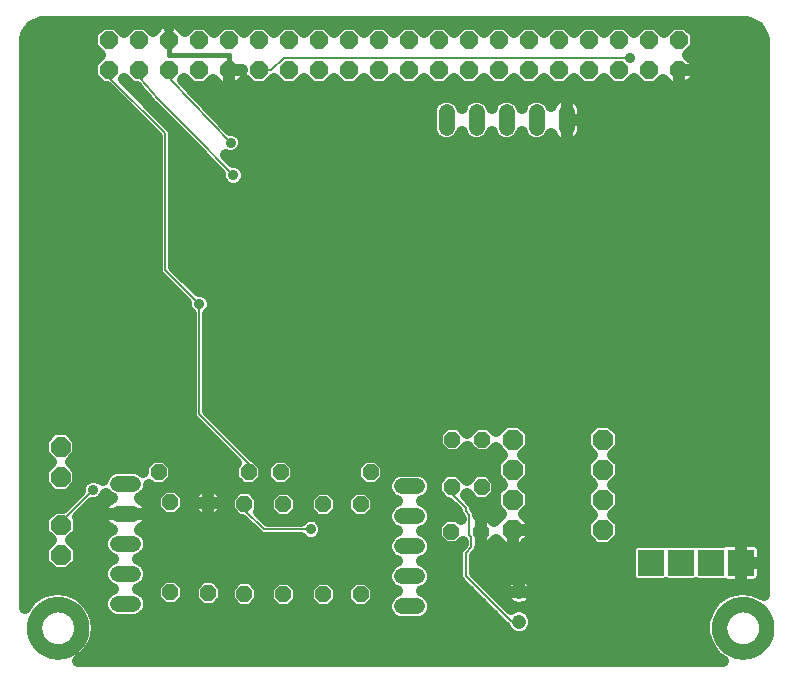
<source format=gbl>
G75*
%MOIN*%
%OFA0B0*%
%FSLAX25Y25*%
%IPPOS*%
%LPD*%
%AMOC8*
5,1,8,0,0,1.08239X$1,22.5*
%
%ADD10C,0.05000*%
%ADD11OC8,0.06000*%
%ADD12OC8,0.06600*%
%ADD13OC8,0.05200*%
%ADD14R,0.08600X0.08600*%
%ADD15OC8,0.06800*%
%ADD16C,0.04756*%
%ADD17C,0.05200*%
%ADD18C,0.00600*%
%ADD19C,0.03600*%
%ADD20C,0.04000*%
%ADD21C,0.01600*%
D10*
X0015399Y0017548D02*
X0015401Y0017741D01*
X0015408Y0017934D01*
X0015420Y0018127D01*
X0015437Y0018320D01*
X0015458Y0018512D01*
X0015484Y0018703D01*
X0015515Y0018894D01*
X0015550Y0019084D01*
X0015590Y0019273D01*
X0015635Y0019461D01*
X0015684Y0019648D01*
X0015738Y0019834D01*
X0015796Y0020018D01*
X0015859Y0020201D01*
X0015927Y0020382D01*
X0015998Y0020561D01*
X0016075Y0020739D01*
X0016155Y0020915D01*
X0016240Y0021088D01*
X0016329Y0021260D01*
X0016422Y0021429D01*
X0016519Y0021596D01*
X0016621Y0021761D01*
X0016726Y0021923D01*
X0016835Y0022082D01*
X0016949Y0022239D01*
X0017066Y0022392D01*
X0017186Y0022543D01*
X0017311Y0022691D01*
X0017439Y0022836D01*
X0017570Y0022977D01*
X0017705Y0023116D01*
X0017844Y0023251D01*
X0017985Y0023382D01*
X0018130Y0023510D01*
X0018278Y0023635D01*
X0018429Y0023755D01*
X0018582Y0023872D01*
X0018739Y0023986D01*
X0018898Y0024095D01*
X0019060Y0024200D01*
X0019225Y0024302D01*
X0019392Y0024399D01*
X0019561Y0024492D01*
X0019733Y0024581D01*
X0019906Y0024666D01*
X0020082Y0024746D01*
X0020260Y0024823D01*
X0020439Y0024894D01*
X0020620Y0024962D01*
X0020803Y0025025D01*
X0020987Y0025083D01*
X0021173Y0025137D01*
X0021360Y0025186D01*
X0021548Y0025231D01*
X0021737Y0025271D01*
X0021927Y0025306D01*
X0022118Y0025337D01*
X0022309Y0025363D01*
X0022501Y0025384D01*
X0022694Y0025401D01*
X0022887Y0025413D01*
X0023080Y0025420D01*
X0023273Y0025422D01*
X0023466Y0025420D01*
X0023659Y0025413D01*
X0023852Y0025401D01*
X0024045Y0025384D01*
X0024237Y0025363D01*
X0024428Y0025337D01*
X0024619Y0025306D01*
X0024809Y0025271D01*
X0024998Y0025231D01*
X0025186Y0025186D01*
X0025373Y0025137D01*
X0025559Y0025083D01*
X0025743Y0025025D01*
X0025926Y0024962D01*
X0026107Y0024894D01*
X0026286Y0024823D01*
X0026464Y0024746D01*
X0026640Y0024666D01*
X0026813Y0024581D01*
X0026985Y0024492D01*
X0027154Y0024399D01*
X0027321Y0024302D01*
X0027486Y0024200D01*
X0027648Y0024095D01*
X0027807Y0023986D01*
X0027964Y0023872D01*
X0028117Y0023755D01*
X0028268Y0023635D01*
X0028416Y0023510D01*
X0028561Y0023382D01*
X0028702Y0023251D01*
X0028841Y0023116D01*
X0028976Y0022977D01*
X0029107Y0022836D01*
X0029235Y0022691D01*
X0029360Y0022543D01*
X0029480Y0022392D01*
X0029597Y0022239D01*
X0029711Y0022082D01*
X0029820Y0021923D01*
X0029925Y0021761D01*
X0030027Y0021596D01*
X0030124Y0021429D01*
X0030217Y0021260D01*
X0030306Y0021088D01*
X0030391Y0020915D01*
X0030471Y0020739D01*
X0030548Y0020561D01*
X0030619Y0020382D01*
X0030687Y0020201D01*
X0030750Y0020018D01*
X0030808Y0019834D01*
X0030862Y0019648D01*
X0030911Y0019461D01*
X0030956Y0019273D01*
X0030996Y0019084D01*
X0031031Y0018894D01*
X0031062Y0018703D01*
X0031088Y0018512D01*
X0031109Y0018320D01*
X0031126Y0018127D01*
X0031138Y0017934D01*
X0031145Y0017741D01*
X0031147Y0017548D01*
X0031145Y0017355D01*
X0031138Y0017162D01*
X0031126Y0016969D01*
X0031109Y0016776D01*
X0031088Y0016584D01*
X0031062Y0016393D01*
X0031031Y0016202D01*
X0030996Y0016012D01*
X0030956Y0015823D01*
X0030911Y0015635D01*
X0030862Y0015448D01*
X0030808Y0015262D01*
X0030750Y0015078D01*
X0030687Y0014895D01*
X0030619Y0014714D01*
X0030548Y0014535D01*
X0030471Y0014357D01*
X0030391Y0014181D01*
X0030306Y0014008D01*
X0030217Y0013836D01*
X0030124Y0013667D01*
X0030027Y0013500D01*
X0029925Y0013335D01*
X0029820Y0013173D01*
X0029711Y0013014D01*
X0029597Y0012857D01*
X0029480Y0012704D01*
X0029360Y0012553D01*
X0029235Y0012405D01*
X0029107Y0012260D01*
X0028976Y0012119D01*
X0028841Y0011980D01*
X0028702Y0011845D01*
X0028561Y0011714D01*
X0028416Y0011586D01*
X0028268Y0011461D01*
X0028117Y0011341D01*
X0027964Y0011224D01*
X0027807Y0011110D01*
X0027648Y0011001D01*
X0027486Y0010896D01*
X0027321Y0010794D01*
X0027154Y0010697D01*
X0026985Y0010604D01*
X0026813Y0010515D01*
X0026640Y0010430D01*
X0026464Y0010350D01*
X0026286Y0010273D01*
X0026107Y0010202D01*
X0025926Y0010134D01*
X0025743Y0010071D01*
X0025559Y0010013D01*
X0025373Y0009959D01*
X0025186Y0009910D01*
X0024998Y0009865D01*
X0024809Y0009825D01*
X0024619Y0009790D01*
X0024428Y0009759D01*
X0024237Y0009733D01*
X0024045Y0009712D01*
X0023852Y0009695D01*
X0023659Y0009683D01*
X0023466Y0009676D01*
X0023273Y0009674D01*
X0023080Y0009676D01*
X0022887Y0009683D01*
X0022694Y0009695D01*
X0022501Y0009712D01*
X0022309Y0009733D01*
X0022118Y0009759D01*
X0021927Y0009790D01*
X0021737Y0009825D01*
X0021548Y0009865D01*
X0021360Y0009910D01*
X0021173Y0009959D01*
X0020987Y0010013D01*
X0020803Y0010071D01*
X0020620Y0010134D01*
X0020439Y0010202D01*
X0020260Y0010273D01*
X0020082Y0010350D01*
X0019906Y0010430D01*
X0019733Y0010515D01*
X0019561Y0010604D01*
X0019392Y0010697D01*
X0019225Y0010794D01*
X0019060Y0010896D01*
X0018898Y0011001D01*
X0018739Y0011110D01*
X0018582Y0011224D01*
X0018429Y0011341D01*
X0018278Y0011461D01*
X0018130Y0011586D01*
X0017985Y0011714D01*
X0017844Y0011845D01*
X0017705Y0011980D01*
X0017570Y0012119D01*
X0017439Y0012260D01*
X0017311Y0012405D01*
X0017186Y0012553D01*
X0017066Y0012704D01*
X0016949Y0012857D01*
X0016835Y0013014D01*
X0016726Y0013173D01*
X0016621Y0013335D01*
X0016519Y0013500D01*
X0016422Y0013667D01*
X0016329Y0013836D01*
X0016240Y0014008D01*
X0016155Y0014181D01*
X0016075Y0014357D01*
X0015998Y0014535D01*
X0015927Y0014714D01*
X0015859Y0014895D01*
X0015796Y0015078D01*
X0015738Y0015262D01*
X0015684Y0015448D01*
X0015635Y0015635D01*
X0015590Y0015823D01*
X0015550Y0016012D01*
X0015515Y0016202D01*
X0015484Y0016393D01*
X0015458Y0016584D01*
X0015437Y0016776D01*
X0015420Y0016969D01*
X0015408Y0017162D01*
X0015401Y0017355D01*
X0015399Y0017548D01*
X0243745Y0017548D02*
X0243747Y0017741D01*
X0243754Y0017934D01*
X0243766Y0018127D01*
X0243783Y0018320D01*
X0243804Y0018512D01*
X0243830Y0018703D01*
X0243861Y0018894D01*
X0243896Y0019084D01*
X0243936Y0019273D01*
X0243981Y0019461D01*
X0244030Y0019648D01*
X0244084Y0019834D01*
X0244142Y0020018D01*
X0244205Y0020201D01*
X0244273Y0020382D01*
X0244344Y0020561D01*
X0244421Y0020739D01*
X0244501Y0020915D01*
X0244586Y0021088D01*
X0244675Y0021260D01*
X0244768Y0021429D01*
X0244865Y0021596D01*
X0244967Y0021761D01*
X0245072Y0021923D01*
X0245181Y0022082D01*
X0245295Y0022239D01*
X0245412Y0022392D01*
X0245532Y0022543D01*
X0245657Y0022691D01*
X0245785Y0022836D01*
X0245916Y0022977D01*
X0246051Y0023116D01*
X0246190Y0023251D01*
X0246331Y0023382D01*
X0246476Y0023510D01*
X0246624Y0023635D01*
X0246775Y0023755D01*
X0246928Y0023872D01*
X0247085Y0023986D01*
X0247244Y0024095D01*
X0247406Y0024200D01*
X0247571Y0024302D01*
X0247738Y0024399D01*
X0247907Y0024492D01*
X0248079Y0024581D01*
X0248252Y0024666D01*
X0248428Y0024746D01*
X0248606Y0024823D01*
X0248785Y0024894D01*
X0248966Y0024962D01*
X0249149Y0025025D01*
X0249333Y0025083D01*
X0249519Y0025137D01*
X0249706Y0025186D01*
X0249894Y0025231D01*
X0250083Y0025271D01*
X0250273Y0025306D01*
X0250464Y0025337D01*
X0250655Y0025363D01*
X0250847Y0025384D01*
X0251040Y0025401D01*
X0251233Y0025413D01*
X0251426Y0025420D01*
X0251619Y0025422D01*
X0251812Y0025420D01*
X0252005Y0025413D01*
X0252198Y0025401D01*
X0252391Y0025384D01*
X0252583Y0025363D01*
X0252774Y0025337D01*
X0252965Y0025306D01*
X0253155Y0025271D01*
X0253344Y0025231D01*
X0253532Y0025186D01*
X0253719Y0025137D01*
X0253905Y0025083D01*
X0254089Y0025025D01*
X0254272Y0024962D01*
X0254453Y0024894D01*
X0254632Y0024823D01*
X0254810Y0024746D01*
X0254986Y0024666D01*
X0255159Y0024581D01*
X0255331Y0024492D01*
X0255500Y0024399D01*
X0255667Y0024302D01*
X0255832Y0024200D01*
X0255994Y0024095D01*
X0256153Y0023986D01*
X0256310Y0023872D01*
X0256463Y0023755D01*
X0256614Y0023635D01*
X0256762Y0023510D01*
X0256907Y0023382D01*
X0257048Y0023251D01*
X0257187Y0023116D01*
X0257322Y0022977D01*
X0257453Y0022836D01*
X0257581Y0022691D01*
X0257706Y0022543D01*
X0257826Y0022392D01*
X0257943Y0022239D01*
X0258057Y0022082D01*
X0258166Y0021923D01*
X0258271Y0021761D01*
X0258373Y0021596D01*
X0258470Y0021429D01*
X0258563Y0021260D01*
X0258652Y0021088D01*
X0258737Y0020915D01*
X0258817Y0020739D01*
X0258894Y0020561D01*
X0258965Y0020382D01*
X0259033Y0020201D01*
X0259096Y0020018D01*
X0259154Y0019834D01*
X0259208Y0019648D01*
X0259257Y0019461D01*
X0259302Y0019273D01*
X0259342Y0019084D01*
X0259377Y0018894D01*
X0259408Y0018703D01*
X0259434Y0018512D01*
X0259455Y0018320D01*
X0259472Y0018127D01*
X0259484Y0017934D01*
X0259491Y0017741D01*
X0259493Y0017548D01*
X0259491Y0017355D01*
X0259484Y0017162D01*
X0259472Y0016969D01*
X0259455Y0016776D01*
X0259434Y0016584D01*
X0259408Y0016393D01*
X0259377Y0016202D01*
X0259342Y0016012D01*
X0259302Y0015823D01*
X0259257Y0015635D01*
X0259208Y0015448D01*
X0259154Y0015262D01*
X0259096Y0015078D01*
X0259033Y0014895D01*
X0258965Y0014714D01*
X0258894Y0014535D01*
X0258817Y0014357D01*
X0258737Y0014181D01*
X0258652Y0014008D01*
X0258563Y0013836D01*
X0258470Y0013667D01*
X0258373Y0013500D01*
X0258271Y0013335D01*
X0258166Y0013173D01*
X0258057Y0013014D01*
X0257943Y0012857D01*
X0257826Y0012704D01*
X0257706Y0012553D01*
X0257581Y0012405D01*
X0257453Y0012260D01*
X0257322Y0012119D01*
X0257187Y0011980D01*
X0257048Y0011845D01*
X0256907Y0011714D01*
X0256762Y0011586D01*
X0256614Y0011461D01*
X0256463Y0011341D01*
X0256310Y0011224D01*
X0256153Y0011110D01*
X0255994Y0011001D01*
X0255832Y0010896D01*
X0255667Y0010794D01*
X0255500Y0010697D01*
X0255331Y0010604D01*
X0255159Y0010515D01*
X0254986Y0010430D01*
X0254810Y0010350D01*
X0254632Y0010273D01*
X0254453Y0010202D01*
X0254272Y0010134D01*
X0254089Y0010071D01*
X0253905Y0010013D01*
X0253719Y0009959D01*
X0253532Y0009910D01*
X0253344Y0009865D01*
X0253155Y0009825D01*
X0252965Y0009790D01*
X0252774Y0009759D01*
X0252583Y0009733D01*
X0252391Y0009712D01*
X0252198Y0009695D01*
X0252005Y0009683D01*
X0251812Y0009676D01*
X0251619Y0009674D01*
X0251426Y0009676D01*
X0251233Y0009683D01*
X0251040Y0009695D01*
X0250847Y0009712D01*
X0250655Y0009733D01*
X0250464Y0009759D01*
X0250273Y0009790D01*
X0250083Y0009825D01*
X0249894Y0009865D01*
X0249706Y0009910D01*
X0249519Y0009959D01*
X0249333Y0010013D01*
X0249149Y0010071D01*
X0248966Y0010134D01*
X0248785Y0010202D01*
X0248606Y0010273D01*
X0248428Y0010350D01*
X0248252Y0010430D01*
X0248079Y0010515D01*
X0247907Y0010604D01*
X0247738Y0010697D01*
X0247571Y0010794D01*
X0247406Y0010896D01*
X0247244Y0011001D01*
X0247085Y0011110D01*
X0246928Y0011224D01*
X0246775Y0011341D01*
X0246624Y0011461D01*
X0246476Y0011586D01*
X0246331Y0011714D01*
X0246190Y0011845D01*
X0246051Y0011980D01*
X0245916Y0012119D01*
X0245785Y0012260D01*
X0245657Y0012405D01*
X0245532Y0012553D01*
X0245412Y0012704D01*
X0245295Y0012857D01*
X0245181Y0013014D01*
X0245072Y0013173D01*
X0244967Y0013335D01*
X0244865Y0013500D01*
X0244768Y0013667D01*
X0244675Y0013836D01*
X0244586Y0014008D01*
X0244501Y0014181D01*
X0244421Y0014357D01*
X0244344Y0014535D01*
X0244273Y0014714D01*
X0244205Y0014895D01*
X0244142Y0015078D01*
X0244084Y0015262D01*
X0244030Y0015448D01*
X0243981Y0015635D01*
X0243936Y0015823D01*
X0243896Y0016012D01*
X0243861Y0016202D01*
X0243830Y0016393D01*
X0243804Y0016584D01*
X0243783Y0016776D01*
X0243766Y0016969D01*
X0243754Y0017162D01*
X0243747Y0017355D01*
X0243745Y0017548D01*
D11*
X0230281Y0203375D03*
X0220281Y0203375D03*
X0210281Y0203375D03*
X0200281Y0203375D03*
X0190281Y0203375D03*
X0180281Y0203375D03*
X0170281Y0203375D03*
X0160281Y0203375D03*
X0150281Y0203375D03*
X0140281Y0203375D03*
X0130281Y0203375D03*
X0120281Y0203375D03*
X0110281Y0203375D03*
X0100281Y0203375D03*
X0090281Y0203375D03*
X0080281Y0203375D03*
X0070281Y0203375D03*
X0060281Y0203375D03*
X0050281Y0203375D03*
X0040281Y0203375D03*
X0040281Y0213375D03*
X0050281Y0213375D03*
X0060281Y0213375D03*
X0070281Y0213375D03*
X0080281Y0213375D03*
X0090281Y0213375D03*
X0100281Y0213375D03*
X0110281Y0213375D03*
X0120281Y0213375D03*
X0130281Y0213375D03*
X0140281Y0213375D03*
X0150281Y0213375D03*
X0160281Y0213375D03*
X0170281Y0213375D03*
X0180281Y0213375D03*
X0190281Y0213375D03*
X0200281Y0213375D03*
X0210281Y0213375D03*
X0220281Y0213375D03*
X0230281Y0213375D03*
D12*
X0024218Y0077863D03*
X0024218Y0067863D03*
X0024375Y0051682D03*
X0024375Y0041682D03*
D13*
X0056934Y0069398D03*
X0060832Y0059359D03*
X0073430Y0059162D03*
X0085438Y0058847D03*
X0086934Y0069398D03*
X0097564Y0069398D03*
X0098470Y0058729D03*
X0111816Y0058729D03*
X0124218Y0058690D03*
X0127564Y0069398D03*
X0154651Y0064517D03*
X0164651Y0064517D03*
X0164454Y0049674D03*
X0154454Y0049674D03*
X0124218Y0028690D03*
X0111816Y0028729D03*
X0098470Y0028729D03*
X0085438Y0028847D03*
X0073430Y0029162D03*
X0060832Y0029359D03*
X0154848Y0080225D03*
X0164848Y0080225D03*
D14*
X0220911Y0039220D03*
X0230911Y0039220D03*
X0240911Y0039220D03*
X0250911Y0039220D03*
D15*
X0204887Y0050265D03*
X0204887Y0060265D03*
X0204887Y0070265D03*
X0204887Y0080265D03*
X0174887Y0080265D03*
X0174887Y0070265D03*
X0174887Y0060265D03*
X0174887Y0050265D03*
D16*
X0177053Y0029556D03*
X0177053Y0019556D03*
D17*
X0143196Y0024713D02*
X0137996Y0024713D01*
X0137996Y0034713D02*
X0143196Y0034713D01*
X0143196Y0044713D02*
X0137996Y0044713D01*
X0137996Y0054713D02*
X0143196Y0054713D01*
X0143196Y0064713D02*
X0137996Y0064713D01*
X0048511Y0065501D02*
X0043311Y0065501D01*
X0043311Y0055501D02*
X0048511Y0055501D01*
X0048511Y0045501D02*
X0043311Y0045501D01*
X0043311Y0035501D02*
X0048511Y0035501D01*
X0048511Y0025501D02*
X0043311Y0025501D01*
X0152879Y0184239D02*
X0152879Y0189439D01*
X0162879Y0189439D02*
X0162879Y0184239D01*
X0172879Y0184239D02*
X0172879Y0189439D01*
X0182879Y0189439D02*
X0182879Y0184239D01*
X0192879Y0184239D02*
X0192879Y0189439D01*
D18*
X0213925Y0207600D02*
X0098725Y0207600D01*
X0094525Y0203400D01*
X0090325Y0203400D01*
X0090281Y0203375D01*
X0080725Y0198600D02*
X0080281Y0197375D01*
X0080873Y0179231D02*
X0061188Y0200137D01*
X0060325Y0202969D01*
X0060325Y0202800D01*
X0060281Y0203375D01*
X0050725Y0200831D02*
X0050281Y0203375D01*
X0050725Y0200831D02*
X0056630Y0193894D01*
X0068030Y0182494D01*
X0081810Y0168357D01*
X0059125Y0182400D02*
X0059125Y0136800D01*
X0070525Y0125400D01*
X0070525Y0088800D01*
X0087325Y0072000D01*
X0087325Y0069600D01*
X0086934Y0069398D01*
X0085438Y0058847D02*
X0085525Y0058800D01*
X0085525Y0057000D01*
X0092125Y0050400D01*
X0107725Y0050400D01*
X0155125Y0061800D02*
X0155125Y0064200D01*
X0154651Y0064517D01*
X0155125Y0061800D02*
X0159325Y0057600D01*
X0159325Y0056400D01*
X0160525Y0055200D01*
X0160525Y0048600D01*
X0161125Y0048000D01*
X0161125Y0044400D01*
X0159325Y0042600D01*
X0159325Y0034800D01*
X0174325Y0019800D01*
X0176725Y0019800D01*
X0177053Y0019556D01*
X0035125Y0063600D02*
X0024925Y0053400D01*
X0024925Y0052200D01*
X0024375Y0051682D01*
X0059125Y0182400D02*
X0040525Y0201000D01*
X0040525Y0202800D01*
X0040281Y0203375D01*
D19*
X0080873Y0179231D03*
X0081810Y0168357D03*
X0070525Y0125400D03*
X0042925Y0111000D03*
X0035125Y0063600D03*
X0107725Y0050400D03*
X0213925Y0207600D03*
D20*
X0215281Y0200455D02*
X0217961Y0197775D01*
X0222600Y0197775D01*
X0224998Y0200172D01*
X0227796Y0197375D01*
X0230281Y0197375D01*
X0232766Y0197375D01*
X0236281Y0200890D01*
X0236281Y0203375D01*
X0236281Y0205860D01*
X0233483Y0208658D01*
X0235881Y0211055D01*
X0235881Y0215694D01*
X0232600Y0218975D01*
X0227961Y0218975D01*
X0225281Y0216294D01*
X0222600Y0218975D01*
X0217961Y0218975D01*
X0215281Y0216294D01*
X0212600Y0218975D01*
X0207961Y0218975D01*
X0205281Y0216294D01*
X0202600Y0218975D01*
X0197961Y0218975D01*
X0195281Y0216294D01*
X0192600Y0218975D01*
X0187961Y0218975D01*
X0185281Y0216294D01*
X0182600Y0218975D01*
X0177961Y0218975D01*
X0175281Y0216294D01*
X0172600Y0218975D01*
X0167961Y0218975D01*
X0165281Y0216294D01*
X0162600Y0218975D01*
X0157961Y0218975D01*
X0155281Y0216294D01*
X0152600Y0218975D01*
X0147961Y0218975D01*
X0145281Y0216294D01*
X0142600Y0218975D01*
X0137961Y0218975D01*
X0135281Y0216294D01*
X0132600Y0218975D01*
X0127961Y0218975D01*
X0125281Y0216294D01*
X0122600Y0218975D01*
X0117961Y0218975D01*
X0115281Y0216294D01*
X0112600Y0218975D01*
X0107961Y0218975D01*
X0105281Y0216294D01*
X0102600Y0218975D01*
X0097961Y0218975D01*
X0095281Y0216294D01*
X0092600Y0218975D01*
X0087961Y0218975D01*
X0085281Y0216294D01*
X0082600Y0218975D01*
X0077961Y0218975D01*
X0075281Y0216294D01*
X0072600Y0218975D01*
X0067961Y0218975D01*
X0065564Y0216577D01*
X0062766Y0219375D01*
X0060281Y0219375D01*
X0060281Y0217817D01*
X0060281Y0217817D01*
X0060281Y0219375D01*
X0057796Y0219375D01*
X0054998Y0216577D01*
X0052600Y0218975D01*
X0047961Y0218975D01*
X0045281Y0216294D01*
X0042600Y0218975D01*
X0037961Y0218975D01*
X0034681Y0215694D01*
X0034681Y0211055D01*
X0037361Y0208375D01*
X0034681Y0205694D01*
X0034681Y0201055D01*
X0037961Y0197775D01*
X0039649Y0197775D01*
X0056225Y0181199D01*
X0056225Y0136223D01*
X0056666Y0135157D01*
X0066125Y0125699D01*
X0066125Y0124525D01*
X0066795Y0122908D01*
X0067625Y0122077D01*
X0067625Y0089377D01*
X0067625Y0088223D01*
X0068066Y0087157D01*
X0082703Y0072521D01*
X0081734Y0071552D01*
X0081734Y0067245D01*
X0084781Y0064198D01*
X0089088Y0064198D01*
X0092134Y0067245D01*
X0092134Y0071552D01*
X0089088Y0074598D01*
X0088828Y0074598D01*
X0073425Y0090001D01*
X0073425Y0122077D01*
X0074255Y0122908D01*
X0074925Y0124525D01*
X0074925Y0126275D01*
X0074255Y0127892D01*
X0073017Y0129130D01*
X0071400Y0129800D01*
X0070226Y0129800D01*
X0062025Y0138001D01*
X0062025Y0182977D01*
X0061583Y0184043D01*
X0060768Y0184858D01*
X0045226Y0200400D01*
X0045281Y0200455D01*
X0047961Y0197775D01*
X0049519Y0197775D01*
X0054126Y0192363D01*
X0054172Y0192252D01*
X0054498Y0191926D01*
X0054796Y0191575D01*
X0054903Y0191521D01*
X0065967Y0180457D01*
X0077410Y0168717D01*
X0077410Y0167482D01*
X0078080Y0165865D01*
X0079318Y0164627D01*
X0080935Y0163957D01*
X0082685Y0163957D01*
X0084302Y0164627D01*
X0085540Y0165865D01*
X0086210Y0167482D01*
X0086210Y0169233D01*
X0085540Y0170850D01*
X0084302Y0172088D01*
X0082685Y0172757D01*
X0081571Y0172757D01*
X0079246Y0175143D01*
X0079998Y0174831D01*
X0081748Y0174831D01*
X0083365Y0175501D01*
X0084603Y0176739D01*
X0085273Y0178356D01*
X0085273Y0180107D01*
X0084603Y0181724D01*
X0083365Y0182962D01*
X0081748Y0183631D01*
X0080713Y0183631D01*
X0065070Y0200244D01*
X0065281Y0200455D01*
X0067961Y0197775D01*
X0072600Y0197775D01*
X0074998Y0200172D01*
X0077796Y0197375D01*
X0080281Y0197375D01*
X0082766Y0197375D01*
X0085564Y0200172D01*
X0087961Y0197775D01*
X0092600Y0197775D01*
X0095281Y0200455D01*
X0097961Y0197775D01*
X0102600Y0197775D01*
X0105281Y0200455D01*
X0107961Y0197775D01*
X0112600Y0197775D01*
X0115281Y0200455D01*
X0117961Y0197775D01*
X0122600Y0197775D01*
X0125281Y0200455D01*
X0127961Y0197775D01*
X0132600Y0197775D01*
X0135281Y0200455D01*
X0137961Y0197775D01*
X0142600Y0197775D01*
X0145281Y0200455D01*
X0147961Y0197775D01*
X0152600Y0197775D01*
X0155281Y0200455D01*
X0157961Y0197775D01*
X0162600Y0197775D01*
X0165281Y0200455D01*
X0167961Y0197775D01*
X0172600Y0197775D01*
X0175281Y0200455D01*
X0177961Y0197775D01*
X0182600Y0197775D01*
X0185281Y0200455D01*
X0187961Y0197775D01*
X0192600Y0197775D01*
X0195281Y0200455D01*
X0197961Y0197775D01*
X0202600Y0197775D01*
X0205281Y0200455D01*
X0207961Y0197775D01*
X0212600Y0197775D01*
X0215281Y0200455D01*
X0227443Y0197727D02*
X0083118Y0197727D01*
X0080281Y0197727D02*
X0080281Y0197727D01*
X0080281Y0197375D02*
X0080281Y0203375D01*
X0084681Y0203375D01*
X0084681Y0203375D01*
X0080281Y0203375D01*
X0080281Y0203375D01*
X0080281Y0203375D01*
X0080281Y0197375D01*
X0077443Y0197727D02*
X0067441Y0197727D01*
X0071206Y0193729D02*
X0149815Y0193729D01*
X0149934Y0193848D02*
X0148471Y0192385D01*
X0147679Y0190474D01*
X0147679Y0183205D01*
X0148471Y0181294D01*
X0149934Y0179831D01*
X0151845Y0179039D01*
X0153914Y0179039D01*
X0155825Y0179831D01*
X0157288Y0181294D01*
X0157879Y0182722D01*
X0158471Y0181294D01*
X0159934Y0179831D01*
X0161845Y0179039D01*
X0163914Y0179039D01*
X0165825Y0179831D01*
X0167288Y0181294D01*
X0167879Y0182722D01*
X0168471Y0181294D01*
X0169934Y0179831D01*
X0171845Y0179039D01*
X0173914Y0179039D01*
X0175825Y0179831D01*
X0177288Y0181294D01*
X0177879Y0182722D01*
X0178471Y0181294D01*
X0179934Y0179831D01*
X0181845Y0179039D01*
X0183914Y0179039D01*
X0185825Y0179831D01*
X0187288Y0181294D01*
X0187658Y0182187D01*
X0187690Y0182090D01*
X0188090Y0181304D01*
X0188608Y0180591D01*
X0189231Y0179968D01*
X0189944Y0179450D01*
X0190730Y0179050D01*
X0191568Y0178777D01*
X0192439Y0178639D01*
X0192879Y0178639D01*
X0192879Y0186839D01*
X0192879Y0186839D01*
X0192879Y0178639D01*
X0193320Y0178639D01*
X0194191Y0178777D01*
X0195029Y0179050D01*
X0195814Y0179450D01*
X0196527Y0179968D01*
X0197151Y0180591D01*
X0197669Y0181304D01*
X0198069Y0182090D01*
X0198341Y0182928D01*
X0198479Y0183799D01*
X0198479Y0186839D01*
X0192879Y0186839D01*
X0192879Y0186839D01*
X0192879Y0195039D01*
X0192439Y0195039D01*
X0191568Y0194901D01*
X0190730Y0194629D01*
X0189944Y0194229D01*
X0189231Y0193711D01*
X0188608Y0193088D01*
X0188090Y0192374D01*
X0187690Y0191589D01*
X0187658Y0191491D01*
X0187288Y0192385D01*
X0185825Y0193848D01*
X0183914Y0194639D01*
X0181845Y0194639D01*
X0179934Y0193848D01*
X0178471Y0192385D01*
X0177879Y0190957D01*
X0177288Y0192385D01*
X0175825Y0193848D01*
X0173914Y0194639D01*
X0171845Y0194639D01*
X0169934Y0193848D01*
X0168471Y0192385D01*
X0167879Y0190957D01*
X0167288Y0192385D01*
X0165825Y0193848D01*
X0163914Y0194639D01*
X0161845Y0194639D01*
X0159934Y0193848D01*
X0158471Y0192385D01*
X0157879Y0190957D01*
X0157288Y0192385D01*
X0155825Y0193848D01*
X0153914Y0194639D01*
X0151845Y0194639D01*
X0149934Y0193848D01*
X0147679Y0189730D02*
X0074971Y0189730D01*
X0078736Y0185732D02*
X0147679Y0185732D01*
X0148289Y0181733D02*
X0084594Y0181733D01*
X0085015Y0177734D02*
X0258630Y0177734D01*
X0258630Y0173736D02*
X0080617Y0173736D01*
X0076415Y0169737D02*
X0062025Y0169737D01*
X0062025Y0165739D02*
X0078206Y0165739D01*
X0085414Y0165739D02*
X0258630Y0165739D01*
X0258630Y0169737D02*
X0086001Y0169737D01*
X0072518Y0173736D02*
X0062025Y0173736D01*
X0062025Y0177734D02*
X0068620Y0177734D01*
X0064691Y0181733D02*
X0062025Y0181733D01*
X0060692Y0185732D02*
X0059895Y0185732D01*
X0056694Y0189730D02*
X0055896Y0189730D01*
X0052963Y0193729D02*
X0051898Y0193729D01*
X0047694Y0189730D02*
X0012325Y0189730D01*
X0012325Y0193729D02*
X0043695Y0193729D01*
X0039697Y0197727D02*
X0012325Y0197727D01*
X0012325Y0201726D02*
X0034681Y0201726D01*
X0034711Y0205724D02*
X0012325Y0205724D01*
X0012325Y0209723D02*
X0036014Y0209723D01*
X0034681Y0213721D02*
X0012365Y0213721D01*
X0012379Y0213932D02*
X0012807Y0215530D01*
X0012807Y0215530D01*
X0013634Y0216962D01*
X0014804Y0218132D01*
X0016236Y0218959D01*
X0017834Y0219387D01*
X0018660Y0219441D01*
X0252295Y0219441D01*
X0253122Y0219387D01*
X0254719Y0218959D01*
X0256152Y0218132D01*
X0257321Y0216962D01*
X0258148Y0215530D01*
X0258576Y0213932D01*
X0258630Y0213105D01*
X0258630Y0028447D01*
X0254804Y0030125D01*
X0250548Y0030478D01*
X0246408Y0029429D01*
X0242832Y0027093D01*
X0240209Y0023723D01*
X0238822Y0019683D01*
X0238822Y0015413D01*
X0240209Y0011373D01*
X0242832Y0008003D01*
X0242832Y0008003D01*
X0244979Y0006600D01*
X0030172Y0006600D01*
X0030369Y0006687D01*
X0033511Y0009579D01*
X0033511Y0009579D01*
X0035544Y0013335D01*
X0035544Y0013335D01*
X0036247Y0017548D01*
X0035544Y0021761D01*
X0033511Y0025517D01*
X0030369Y0028409D01*
X0026458Y0030125D01*
X0022202Y0030478D01*
X0018061Y0029429D01*
X0014486Y0027093D01*
X0012325Y0024317D01*
X0012325Y0213105D01*
X0012379Y0213932D01*
X0014392Y0217720D02*
X0036706Y0217720D01*
X0043856Y0217720D02*
X0046706Y0217720D01*
X0053856Y0217720D02*
X0056140Y0217720D01*
X0060281Y0213217D02*
X0060478Y0213217D01*
X0064421Y0217720D02*
X0066706Y0217720D01*
X0073856Y0217720D02*
X0076706Y0217720D01*
X0083856Y0217720D02*
X0086706Y0217720D01*
X0093856Y0217720D02*
X0096706Y0217720D01*
X0103856Y0217720D02*
X0106706Y0217720D01*
X0113856Y0217720D02*
X0116706Y0217720D01*
X0123856Y0217720D02*
X0126706Y0217720D01*
X0133856Y0217720D02*
X0136706Y0217720D01*
X0143856Y0217720D02*
X0146706Y0217720D01*
X0153856Y0217720D02*
X0156706Y0217720D01*
X0163856Y0217720D02*
X0166706Y0217720D01*
X0173856Y0217720D02*
X0176706Y0217720D01*
X0183856Y0217720D02*
X0186706Y0217720D01*
X0193856Y0217720D02*
X0196706Y0217720D01*
X0203856Y0217720D02*
X0206706Y0217720D01*
X0213856Y0217720D02*
X0216706Y0217720D01*
X0223856Y0217720D02*
X0226706Y0217720D01*
X0233856Y0217720D02*
X0256564Y0217720D01*
X0258590Y0213721D02*
X0235881Y0213721D01*
X0234548Y0209723D02*
X0258630Y0209723D01*
X0258630Y0205724D02*
X0236281Y0205724D01*
X0236281Y0203375D02*
X0230281Y0203375D01*
X0230281Y0203375D01*
X0236281Y0203375D01*
X0236281Y0201726D02*
X0258630Y0201726D01*
X0258630Y0197727D02*
X0233118Y0197727D01*
X0230281Y0197727D02*
X0230281Y0197727D01*
X0230281Y0197375D02*
X0230281Y0203375D01*
X0230281Y0203375D01*
X0230281Y0197375D01*
X0230281Y0201726D02*
X0230281Y0201726D01*
X0258630Y0193729D02*
X0196503Y0193729D01*
X0196527Y0193711D02*
X0195814Y0194229D01*
X0195029Y0194629D01*
X0194191Y0194901D01*
X0193320Y0195039D01*
X0192879Y0195039D01*
X0192879Y0186839D01*
X0192879Y0186839D01*
X0198479Y0186839D01*
X0198479Y0189880D01*
X0198341Y0190751D01*
X0198069Y0191589D01*
X0197669Y0192374D01*
X0197151Y0193088D01*
X0196527Y0193711D01*
X0198479Y0189730D02*
X0258630Y0189730D01*
X0258630Y0185732D02*
X0198479Y0185732D01*
X0197887Y0181733D02*
X0258630Y0181733D01*
X0258630Y0161740D02*
X0062025Y0161740D01*
X0062025Y0157742D02*
X0258630Y0157742D01*
X0258630Y0153743D02*
X0062025Y0153743D01*
X0062025Y0149745D02*
X0258630Y0149745D01*
X0258630Y0145746D02*
X0062025Y0145746D01*
X0062025Y0141748D02*
X0258630Y0141748D01*
X0258630Y0137749D02*
X0062277Y0137749D01*
X0066275Y0133751D02*
X0258630Y0133751D01*
X0258630Y0129752D02*
X0071515Y0129752D01*
X0074925Y0125754D02*
X0258630Y0125754D01*
X0258630Y0121755D02*
X0073425Y0121755D01*
X0073425Y0117757D02*
X0258630Y0117757D01*
X0258630Y0113758D02*
X0073425Y0113758D01*
X0073425Y0109760D02*
X0258630Y0109760D01*
X0258630Y0105761D02*
X0073425Y0105761D01*
X0073425Y0101763D02*
X0258630Y0101763D01*
X0258630Y0097764D02*
X0073425Y0097764D01*
X0073425Y0093766D02*
X0258630Y0093766D01*
X0258630Y0089767D02*
X0073659Y0089767D01*
X0077657Y0085769D02*
X0171906Y0085769D01*
X0172402Y0086265D02*
X0169282Y0083145D01*
X0167002Y0085425D01*
X0162694Y0085425D01*
X0159848Y0082579D01*
X0157002Y0085425D01*
X0152694Y0085425D01*
X0149648Y0082379D01*
X0149648Y0078071D01*
X0152694Y0075025D01*
X0157002Y0075025D01*
X0159848Y0077871D01*
X0162694Y0075025D01*
X0167002Y0075025D01*
X0169321Y0077345D01*
X0171402Y0075265D01*
X0168887Y0072750D01*
X0168887Y0067779D01*
X0171402Y0065265D01*
X0169851Y0063714D01*
X0169851Y0066670D01*
X0166805Y0069717D01*
X0162497Y0069717D01*
X0159651Y0066870D01*
X0156805Y0069717D01*
X0152497Y0069717D01*
X0149451Y0066670D01*
X0149451Y0062363D01*
X0152497Y0059317D01*
X0153507Y0059317D01*
X0156425Y0056399D01*
X0156425Y0055823D01*
X0156866Y0054757D01*
X0157625Y0053999D01*
X0157625Y0053857D01*
X0156608Y0054874D01*
X0152300Y0054874D01*
X0149254Y0051828D01*
X0149254Y0047520D01*
X0152300Y0044474D01*
X0156608Y0044474D01*
X0158225Y0046091D01*
X0158225Y0045601D01*
X0156866Y0044243D01*
X0156425Y0043177D01*
X0156425Y0034223D01*
X0156866Y0033157D01*
X0157682Y0032341D01*
X0172511Y0017513D01*
X0172832Y0016736D01*
X0174233Y0015336D01*
X0176062Y0014578D01*
X0178043Y0014578D01*
X0179872Y0015336D01*
X0181273Y0016736D01*
X0182030Y0018566D01*
X0182030Y0020546D01*
X0181273Y0022376D01*
X0179872Y0023776D01*
X0178463Y0024360D01*
X0179117Y0024572D01*
X0179871Y0024956D01*
X0180556Y0025454D01*
X0181155Y0026052D01*
X0181652Y0026737D01*
X0182036Y0027491D01*
X0182298Y0028297D01*
X0182430Y0029133D01*
X0182430Y0029556D01*
X0182430Y0029979D01*
X0182298Y0030815D01*
X0182036Y0031620D01*
X0181652Y0032375D01*
X0181155Y0033059D01*
X0180556Y0033658D01*
X0179871Y0034156D01*
X0179117Y0034540D01*
X0178312Y0034801D01*
X0177476Y0034934D01*
X0177053Y0034934D01*
X0177053Y0029556D01*
X0182430Y0029556D01*
X0177053Y0029556D01*
X0177053Y0029556D01*
X0177052Y0029556D01*
X0177052Y0029556D01*
X0171675Y0029556D01*
X0171675Y0029979D01*
X0171807Y0030815D01*
X0172069Y0031620D01*
X0172453Y0032375D01*
X0172950Y0033059D01*
X0173549Y0033658D01*
X0174234Y0034156D01*
X0174988Y0034540D01*
X0175793Y0034801D01*
X0176629Y0034934D01*
X0177052Y0034934D01*
X0177052Y0029556D01*
X0171675Y0029556D01*
X0171675Y0029133D01*
X0171807Y0028297D01*
X0172069Y0027491D01*
X0172453Y0026737D01*
X0172950Y0026052D01*
X0173549Y0025454D01*
X0174234Y0024956D01*
X0174988Y0024572D01*
X0175642Y0024360D01*
X0174387Y0023840D01*
X0162225Y0036001D01*
X0162225Y0041399D01*
X0162768Y0041941D01*
X0163583Y0042757D01*
X0164025Y0043823D01*
X0164025Y0044074D01*
X0164454Y0044074D01*
X0164454Y0049674D01*
X0164454Y0049674D01*
X0164454Y0055274D01*
X0163425Y0055274D01*
X0163425Y0055777D01*
X0162983Y0056843D01*
X0162225Y0057601D01*
X0162225Y0058177D01*
X0161783Y0059243D01*
X0159257Y0061769D01*
X0159651Y0062163D01*
X0162497Y0059317D01*
X0166805Y0059317D01*
X0168887Y0061399D01*
X0168887Y0057779D01*
X0171119Y0055547D01*
X0168810Y0053238D01*
X0166774Y0055274D01*
X0164454Y0055274D01*
X0164454Y0049674D01*
X0164454Y0049674D01*
X0164454Y0044074D01*
X0166774Y0044074D01*
X0169400Y0046701D01*
X0172236Y0043865D01*
X0174887Y0043865D01*
X0174887Y0050264D01*
X0174887Y0050264D01*
X0174887Y0043865D01*
X0177538Y0043865D01*
X0181287Y0047614D01*
X0181287Y0050264D01*
X0174887Y0050264D01*
X0174887Y0050265D01*
X0181287Y0050265D01*
X0181287Y0052916D01*
X0178655Y0055547D01*
X0180887Y0057779D01*
X0198887Y0057779D01*
X0201402Y0055265D01*
X0198887Y0052750D01*
X0198887Y0047779D01*
X0202402Y0044265D01*
X0207372Y0044265D01*
X0210887Y0047779D01*
X0210887Y0052750D01*
X0208372Y0055265D01*
X0210887Y0057779D01*
X0258630Y0057779D01*
X0258630Y0053781D02*
X0209856Y0053781D01*
X0210887Y0057779D02*
X0210887Y0062750D01*
X0208372Y0065265D01*
X0210887Y0067779D01*
X0210887Y0072750D01*
X0208372Y0075265D01*
X0210887Y0077779D01*
X0210887Y0082750D01*
X0207372Y0086265D01*
X0202402Y0086265D01*
X0198887Y0082750D01*
X0198887Y0077779D01*
X0201402Y0075265D01*
X0198887Y0072750D01*
X0198887Y0067779D01*
X0201402Y0065265D01*
X0198887Y0062750D01*
X0198887Y0057779D01*
X0198887Y0061778D02*
X0180887Y0061778D01*
X0180887Y0062750D02*
X0178372Y0065265D01*
X0180887Y0067779D01*
X0180887Y0072750D01*
X0178372Y0075265D01*
X0180887Y0077779D01*
X0180887Y0082750D01*
X0177372Y0086265D01*
X0172402Y0086265D01*
X0177868Y0085769D02*
X0201906Y0085769D01*
X0198887Y0081770D02*
X0180887Y0081770D01*
X0180880Y0077772D02*
X0198895Y0077772D01*
X0199911Y0073773D02*
X0179864Y0073773D01*
X0180887Y0069775D02*
X0198887Y0069775D01*
X0200890Y0065776D02*
X0178884Y0065776D01*
X0180887Y0062750D02*
X0180887Y0057779D01*
X0180422Y0053781D02*
X0199918Y0053781D01*
X0198887Y0049782D02*
X0181287Y0049782D01*
X0179457Y0045784D02*
X0200883Y0045784D01*
X0208892Y0045784D02*
X0215280Y0045784D01*
X0215138Y0045725D02*
X0214407Y0044993D01*
X0214011Y0044038D01*
X0214011Y0034403D01*
X0214407Y0033448D01*
X0215138Y0032716D01*
X0216094Y0032320D01*
X0225728Y0032320D01*
X0225911Y0032396D01*
X0226094Y0032320D01*
X0235728Y0032320D01*
X0235911Y0032396D01*
X0236094Y0032320D01*
X0245102Y0032320D01*
X0245190Y0032262D01*
X0245736Y0032036D01*
X0246315Y0031920D01*
X0250911Y0031920D01*
X0255506Y0031920D01*
X0256086Y0032036D01*
X0256632Y0032262D01*
X0257123Y0032590D01*
X0257541Y0033008D01*
X0257869Y0033499D01*
X0258096Y0034045D01*
X0258211Y0034625D01*
X0258211Y0039220D01*
X0250911Y0039220D01*
X0250911Y0031920D01*
X0250911Y0039220D01*
X0250911Y0039220D01*
X0250911Y0039221D01*
X0250911Y0039221D01*
X0250911Y0046520D01*
X0255506Y0046520D01*
X0256086Y0046405D01*
X0256632Y0046179D01*
X0257123Y0045851D01*
X0257541Y0045433D01*
X0257869Y0044941D01*
X0258096Y0044396D01*
X0258211Y0043816D01*
X0258211Y0039221D01*
X0250911Y0039221D01*
X0250911Y0046520D01*
X0246315Y0046520D01*
X0245736Y0046405D01*
X0245190Y0046179D01*
X0245102Y0046120D01*
X0236094Y0046120D01*
X0235911Y0046045D01*
X0235728Y0046120D01*
X0226094Y0046120D01*
X0225911Y0046045D01*
X0225728Y0046120D01*
X0216094Y0046120D01*
X0215138Y0045725D01*
X0210887Y0049782D02*
X0258630Y0049782D01*
X0258630Y0045784D02*
X0257190Y0045784D01*
X0258211Y0041785D02*
X0258630Y0041785D01*
X0258630Y0037787D02*
X0258211Y0037787D01*
X0257989Y0033788D02*
X0258630Y0033788D01*
X0258630Y0029790D02*
X0255569Y0029790D01*
X0254804Y0030125D02*
X0254804Y0030125D01*
X0250548Y0030478D02*
X0250548Y0030478D01*
X0247831Y0029790D02*
X0182430Y0029790D01*
X0180377Y0033788D02*
X0214266Y0033788D01*
X0214011Y0037787D02*
X0162225Y0037787D01*
X0162611Y0041785D02*
X0214011Y0041785D01*
X0210887Y0061778D02*
X0258630Y0061778D01*
X0258630Y0065776D02*
X0208884Y0065776D01*
X0210887Y0069775D02*
X0258630Y0069775D01*
X0258630Y0073773D02*
X0209864Y0073773D01*
X0210880Y0077772D02*
X0258630Y0077772D01*
X0258630Y0081770D02*
X0210887Y0081770D01*
X0207868Y0085769D02*
X0258630Y0085769D01*
X0250911Y0045784D02*
X0250911Y0045784D01*
X0250911Y0041785D02*
X0250911Y0041785D01*
X0250911Y0037787D02*
X0250911Y0037787D01*
X0250911Y0033788D02*
X0250911Y0033788D01*
X0246408Y0029429D02*
X0246408Y0029429D01*
X0242832Y0027093D02*
X0242832Y0027093D01*
X0242832Y0027093D01*
X0241819Y0025791D02*
X0180893Y0025791D01*
X0181514Y0021793D02*
X0239546Y0021793D01*
X0240209Y0023723D02*
X0240209Y0023723D01*
X0238822Y0017794D02*
X0181711Y0017794D01*
X0172230Y0017794D02*
X0036206Y0017794D01*
X0035621Y0013796D02*
X0239378Y0013796D01*
X0240209Y0011373D02*
X0240209Y0011373D01*
X0241436Y0009797D02*
X0033629Y0009797D01*
X0030369Y0006687D02*
X0030369Y0006687D01*
X0040365Y0021092D02*
X0042276Y0020301D01*
X0049545Y0020301D01*
X0051456Y0021092D01*
X0052919Y0022555D01*
X0053711Y0024466D01*
X0053711Y0026535D01*
X0052919Y0028446D01*
X0051456Y0029909D01*
X0050028Y0030501D01*
X0051456Y0031092D01*
X0052919Y0032555D01*
X0053711Y0034466D01*
X0053711Y0036535D01*
X0052919Y0038446D01*
X0051456Y0039909D01*
X0050028Y0040501D01*
X0051456Y0041092D01*
X0052919Y0042555D01*
X0053711Y0044466D01*
X0053711Y0046535D01*
X0052919Y0048446D01*
X0051456Y0049909D01*
X0050563Y0050279D01*
X0050660Y0050311D01*
X0051446Y0050711D01*
X0052159Y0051229D01*
X0052782Y0051853D01*
X0053300Y0052566D01*
X0053701Y0053351D01*
X0053973Y0054189D01*
X0054111Y0055060D01*
X0054111Y0055501D01*
X0054111Y0055942D01*
X0053973Y0056812D01*
X0053701Y0057650D01*
X0053300Y0058436D01*
X0052782Y0059149D01*
X0052159Y0059772D01*
X0051446Y0060290D01*
X0050660Y0060691D01*
X0050563Y0060722D01*
X0051456Y0061092D01*
X0052919Y0062555D01*
X0053711Y0064466D01*
X0053711Y0065268D01*
X0054781Y0064198D01*
X0058318Y0064198D01*
X0055632Y0061513D01*
X0055632Y0057205D01*
X0058678Y0054159D01*
X0062986Y0054159D01*
X0066032Y0057205D01*
X0066032Y0061513D01*
X0062986Y0064559D01*
X0059449Y0064559D01*
X0062134Y0067245D01*
X0062134Y0071552D01*
X0059088Y0074598D01*
X0054781Y0074598D01*
X0051734Y0071552D01*
X0051734Y0069631D01*
X0051456Y0069909D01*
X0049545Y0070701D01*
X0042276Y0070701D01*
X0040365Y0069909D01*
X0038902Y0068446D01*
X0038199Y0066748D01*
X0037617Y0067330D01*
X0036000Y0068000D01*
X0034250Y0068000D01*
X0032633Y0067330D01*
X0031395Y0066092D01*
X0030725Y0064475D01*
X0030725Y0063301D01*
X0025006Y0057582D01*
X0021932Y0057582D01*
X0018475Y0054126D01*
X0018475Y0049238D01*
X0021032Y0046682D01*
X0018475Y0044126D01*
X0018475Y0039238D01*
X0021932Y0035782D01*
X0026819Y0035782D01*
X0030275Y0039238D01*
X0030275Y0044126D01*
X0027719Y0046682D01*
X0030275Y0049238D01*
X0030275Y0054126D01*
X0030014Y0054387D01*
X0034826Y0059200D01*
X0036000Y0059200D01*
X0037617Y0059870D01*
X0038855Y0061108D01*
X0039293Y0062165D01*
X0040365Y0061092D01*
X0041259Y0060722D01*
X0041161Y0060691D01*
X0040376Y0060290D01*
X0039663Y0059772D01*
X0039039Y0059149D01*
X0038521Y0058436D01*
X0038121Y0057650D01*
X0037849Y0056812D01*
X0037711Y0055942D01*
X0037711Y0055501D01*
X0045911Y0055501D01*
X0054111Y0055501D01*
X0045911Y0055501D01*
X0045911Y0055501D01*
X0045911Y0055501D01*
X0037711Y0055501D01*
X0037711Y0055060D01*
X0037849Y0054189D01*
X0038121Y0053351D01*
X0038521Y0052566D01*
X0039039Y0051853D01*
X0039663Y0051229D01*
X0040376Y0050711D01*
X0041161Y0050311D01*
X0041259Y0050279D01*
X0040365Y0049909D01*
X0038902Y0048446D01*
X0038111Y0046535D01*
X0038111Y0044466D01*
X0038902Y0042555D01*
X0040365Y0041092D01*
X0041794Y0040501D01*
X0040365Y0039909D01*
X0038902Y0038446D01*
X0038111Y0036535D01*
X0038111Y0034466D01*
X0038902Y0032555D01*
X0040365Y0031092D01*
X0041794Y0030501D01*
X0040365Y0029909D01*
X0038902Y0028446D01*
X0038111Y0026535D01*
X0038111Y0024466D01*
X0038902Y0022555D01*
X0040365Y0021092D01*
X0039665Y0021793D02*
X0035527Y0021793D01*
X0035544Y0021761D02*
X0035544Y0021761D01*
X0033511Y0025517D02*
X0033511Y0025517D01*
X0033511Y0025517D01*
X0033213Y0025791D02*
X0038111Y0025791D01*
X0040246Y0029790D02*
X0027223Y0029790D01*
X0030369Y0028409D02*
X0030369Y0028409D01*
X0038392Y0033788D02*
X0012325Y0033788D01*
X0012325Y0029790D02*
X0019484Y0029790D01*
X0018061Y0029429D02*
X0018061Y0029429D01*
X0014486Y0027093D02*
X0014486Y0027093D01*
X0013472Y0025791D02*
X0012325Y0025791D01*
X0012325Y0037787D02*
X0019927Y0037787D01*
X0018475Y0041785D02*
X0012325Y0041785D01*
X0012325Y0045784D02*
X0020133Y0045784D01*
X0018475Y0049782D02*
X0012325Y0049782D01*
X0012325Y0053781D02*
X0018475Y0053781D01*
X0012325Y0057779D02*
X0025203Y0057779D01*
X0026662Y0061963D02*
X0021774Y0061963D01*
X0018318Y0065419D01*
X0018318Y0070307D01*
X0020874Y0072863D01*
X0018318Y0075419D01*
X0018318Y0080307D01*
X0021774Y0083763D01*
X0026662Y0083763D01*
X0030118Y0080307D01*
X0030118Y0075419D01*
X0027562Y0072863D01*
X0030118Y0070307D01*
X0030118Y0065419D01*
X0026662Y0061963D01*
X0029201Y0061778D02*
X0012325Y0061778D01*
X0012325Y0065776D02*
X0018318Y0065776D01*
X0018318Y0069775D02*
X0012325Y0069775D01*
X0012325Y0073773D02*
X0019964Y0073773D01*
X0018318Y0077772D02*
X0012325Y0077772D01*
X0012325Y0081770D02*
X0019781Y0081770D01*
X0012325Y0085769D02*
X0069455Y0085769D01*
X0067625Y0089767D02*
X0012325Y0089767D01*
X0012325Y0093766D02*
X0067625Y0093766D01*
X0067625Y0097764D02*
X0012325Y0097764D01*
X0012325Y0101763D02*
X0067625Y0101763D01*
X0067625Y0105761D02*
X0012325Y0105761D01*
X0012325Y0109760D02*
X0067625Y0109760D01*
X0067625Y0113758D02*
X0012325Y0113758D01*
X0012325Y0117757D02*
X0067625Y0117757D01*
X0067625Y0121755D02*
X0012325Y0121755D01*
X0012325Y0125754D02*
X0066070Y0125754D01*
X0062071Y0129752D02*
X0012325Y0129752D01*
X0012325Y0133751D02*
X0058073Y0133751D01*
X0056225Y0137749D02*
X0012325Y0137749D01*
X0012325Y0141748D02*
X0056225Y0141748D01*
X0056225Y0145746D02*
X0012325Y0145746D01*
X0012325Y0149745D02*
X0056225Y0149745D01*
X0056225Y0153743D02*
X0012325Y0153743D01*
X0012325Y0157742D02*
X0056225Y0157742D01*
X0056225Y0161740D02*
X0012325Y0161740D01*
X0012325Y0165739D02*
X0056225Y0165739D01*
X0056225Y0169737D02*
X0012325Y0169737D01*
X0012325Y0173736D02*
X0056225Y0173736D01*
X0056225Y0177734D02*
X0012325Y0177734D01*
X0012325Y0181733D02*
X0055691Y0181733D01*
X0051692Y0185732D02*
X0012325Y0185732D01*
X0047899Y0197727D02*
X0049559Y0197727D01*
X0080281Y0201726D02*
X0080281Y0201726D01*
X0155944Y0193729D02*
X0159815Y0193729D01*
X0165944Y0193729D02*
X0169815Y0193729D01*
X0175944Y0193729D02*
X0179815Y0193729D01*
X0185944Y0193729D02*
X0189256Y0193729D01*
X0192879Y0193729D02*
X0192879Y0193729D01*
X0192879Y0189730D02*
X0192879Y0189730D01*
X0192879Y0185732D02*
X0192879Y0185732D01*
X0192879Y0181733D02*
X0192879Y0181733D01*
X0187871Y0181733D02*
X0187470Y0181733D01*
X0178289Y0181733D02*
X0177470Y0181733D01*
X0168289Y0181733D02*
X0167470Y0181733D01*
X0158289Y0181733D02*
X0157470Y0181733D01*
X0149648Y0081770D02*
X0081656Y0081770D01*
X0085654Y0077772D02*
X0149947Y0077772D01*
X0146141Y0069122D02*
X0144230Y0069913D01*
X0136962Y0069913D01*
X0135050Y0069122D01*
X0133588Y0067659D01*
X0132796Y0065748D01*
X0132796Y0063679D01*
X0133588Y0061768D01*
X0135050Y0060305D01*
X0136479Y0059713D01*
X0135050Y0059122D01*
X0133588Y0057659D01*
X0132796Y0055748D01*
X0132796Y0053679D01*
X0133588Y0051768D01*
X0135050Y0050305D01*
X0136479Y0049713D01*
X0135050Y0049122D01*
X0133588Y0047659D01*
X0132796Y0045748D01*
X0132796Y0043679D01*
X0133588Y0041768D01*
X0135050Y0040305D01*
X0136479Y0039713D01*
X0135050Y0039122D01*
X0133588Y0037659D01*
X0132796Y0035748D01*
X0132796Y0033679D01*
X0133588Y0031768D01*
X0135050Y0030305D01*
X0136479Y0029713D01*
X0135050Y0029122D01*
X0133588Y0027659D01*
X0132796Y0025748D01*
X0132796Y0023679D01*
X0133588Y0021768D01*
X0135050Y0020305D01*
X0136962Y0019513D01*
X0144230Y0019513D01*
X0146141Y0020305D01*
X0147604Y0021768D01*
X0148396Y0023679D01*
X0148396Y0025748D01*
X0147604Y0027659D01*
X0146141Y0029122D01*
X0144713Y0029713D01*
X0146141Y0030305D01*
X0147604Y0031768D01*
X0148396Y0033679D01*
X0148396Y0035748D01*
X0147604Y0037659D01*
X0146141Y0039122D01*
X0144713Y0039713D01*
X0146141Y0040305D01*
X0147604Y0041768D01*
X0148396Y0043679D01*
X0148396Y0045748D01*
X0147604Y0047659D01*
X0146141Y0049122D01*
X0144713Y0049713D01*
X0146141Y0050305D01*
X0147604Y0051768D01*
X0148396Y0053679D01*
X0148396Y0055748D01*
X0147604Y0057659D01*
X0146141Y0059122D01*
X0144713Y0059713D01*
X0146141Y0060305D01*
X0147604Y0061768D01*
X0148396Y0063679D01*
X0148396Y0065748D01*
X0147604Y0067659D01*
X0146141Y0069122D01*
X0144565Y0069775D02*
X0168887Y0069775D01*
X0169851Y0065776D02*
X0170890Y0065776D01*
X0168887Y0057779D02*
X0162225Y0057779D01*
X0160036Y0061778D02*
X0159266Y0061778D01*
X0155045Y0057779D02*
X0147484Y0057779D01*
X0147608Y0061778D02*
X0150036Y0061778D01*
X0149451Y0065776D02*
X0148384Y0065776D01*
X0136627Y0069775D02*
X0132764Y0069775D01*
X0132764Y0071552D02*
X0132764Y0067245D01*
X0129718Y0064198D01*
X0125410Y0064198D01*
X0122364Y0067245D01*
X0122364Y0071552D01*
X0125410Y0074598D01*
X0129718Y0074598D01*
X0132764Y0071552D01*
X0130543Y0073773D02*
X0169911Y0073773D01*
X0159947Y0077772D02*
X0159748Y0077772D01*
X0132808Y0065776D02*
X0131296Y0065776D01*
X0133583Y0061778D02*
X0128484Y0061778D01*
X0129418Y0060844D02*
X0126372Y0063890D01*
X0122064Y0063890D01*
X0119018Y0060844D01*
X0119018Y0056536D01*
X0122064Y0053490D01*
X0126372Y0053490D01*
X0129418Y0056536D01*
X0129418Y0060844D01*
X0129418Y0057779D02*
X0133708Y0057779D01*
X0132796Y0053781D02*
X0126663Y0053781D01*
X0121773Y0053781D02*
X0114222Y0053781D01*
X0113970Y0053529D02*
X0117016Y0056575D01*
X0117016Y0060883D01*
X0113970Y0063929D01*
X0109662Y0063929D01*
X0106616Y0060883D01*
X0106616Y0056575D01*
X0108392Y0054800D01*
X0106850Y0054800D01*
X0105233Y0054130D01*
X0104402Y0053300D01*
X0093326Y0053300D01*
X0090286Y0056341D01*
X0090638Y0056693D01*
X0090638Y0061001D01*
X0087592Y0064047D01*
X0083284Y0064047D01*
X0080238Y0061001D01*
X0080238Y0056693D01*
X0083284Y0053647D01*
X0084777Y0053647D01*
X0089666Y0048757D01*
X0090482Y0047941D01*
X0091548Y0047500D01*
X0104402Y0047500D01*
X0105233Y0046670D01*
X0106850Y0046000D01*
X0108600Y0046000D01*
X0110217Y0046670D01*
X0111455Y0047908D01*
X0112125Y0049525D01*
X0112125Y0051275D01*
X0111455Y0052892D01*
X0110818Y0053529D01*
X0113970Y0053529D01*
X0112125Y0049782D02*
X0136313Y0049782D01*
X0132811Y0045784D02*
X0053711Y0045784D01*
X0051583Y0049782D02*
X0088642Y0049782D01*
X0092846Y0053781D02*
X0096064Y0053781D01*
X0096316Y0053529D02*
X0100624Y0053529D01*
X0103670Y0056575D01*
X0103670Y0060883D01*
X0100624Y0063929D01*
X0096316Y0063929D01*
X0093270Y0060883D01*
X0093270Y0056575D01*
X0096316Y0053529D01*
X0100875Y0053781D02*
X0104883Y0053781D01*
X0103670Y0057779D02*
X0106616Y0057779D01*
X0107511Y0061778D02*
X0102775Y0061778D01*
X0099718Y0064198D02*
X0102764Y0067245D01*
X0102764Y0071552D01*
X0099718Y0074598D01*
X0095410Y0074598D01*
X0092364Y0071552D01*
X0092364Y0067245D01*
X0095410Y0064198D01*
X0099718Y0064198D01*
X0101296Y0065776D02*
X0123833Y0065776D01*
X0119952Y0061778D02*
X0116122Y0061778D01*
X0117016Y0057779D02*
X0119018Y0057779D01*
X0122364Y0069775D02*
X0102764Y0069775D01*
X0100543Y0073773D02*
X0124585Y0073773D01*
X0148396Y0053781D02*
X0151207Y0053781D01*
X0149254Y0049782D02*
X0144879Y0049782D01*
X0148381Y0045784D02*
X0150991Y0045784D01*
X0147611Y0041785D02*
X0156425Y0041785D01*
X0156425Y0037787D02*
X0147477Y0037787D01*
X0148396Y0033788D02*
X0156605Y0033788D01*
X0160234Y0029790D02*
X0144897Y0029790D01*
X0148378Y0025791D02*
X0164233Y0025791D01*
X0168231Y0021793D02*
X0147614Y0021793D01*
X0136295Y0029790D02*
X0129418Y0029790D01*
X0129418Y0030844D02*
X0126372Y0033890D01*
X0122064Y0033890D01*
X0119018Y0030844D01*
X0119018Y0026536D01*
X0122064Y0023490D01*
X0126372Y0023490D01*
X0129418Y0026536D01*
X0129418Y0030844D01*
X0126473Y0033788D02*
X0132796Y0033788D01*
X0133715Y0037787D02*
X0053192Y0037787D01*
X0053430Y0033788D02*
X0057907Y0033788D01*
X0058678Y0034559D02*
X0055632Y0031513D01*
X0055632Y0027205D01*
X0058678Y0024159D01*
X0062986Y0024159D01*
X0066032Y0027205D01*
X0066032Y0031513D01*
X0062986Y0034559D01*
X0058678Y0034559D01*
X0063757Y0033788D02*
X0070702Y0033788D01*
X0071277Y0034362D02*
X0068230Y0031316D01*
X0068230Y0027008D01*
X0071277Y0023962D01*
X0075584Y0023962D01*
X0078630Y0027008D01*
X0078630Y0031316D01*
X0075584Y0034362D01*
X0071277Y0034362D01*
X0076159Y0033788D02*
X0083025Y0033788D01*
X0083284Y0034047D02*
X0080238Y0031001D01*
X0080238Y0026693D01*
X0083284Y0023647D01*
X0087592Y0023647D01*
X0090638Y0026693D01*
X0090638Y0031001D01*
X0087592Y0034047D01*
X0083284Y0034047D01*
X0080238Y0029790D02*
X0078630Y0029790D01*
X0077413Y0025791D02*
X0081141Y0025791D01*
X0089736Y0025791D02*
X0094054Y0025791D01*
X0093270Y0026575D02*
X0096316Y0023529D01*
X0100624Y0023529D01*
X0103670Y0026575D01*
X0103670Y0030883D01*
X0100624Y0033929D01*
X0096316Y0033929D01*
X0093270Y0030883D01*
X0093270Y0026575D01*
X0093270Y0029790D02*
X0090638Y0029790D01*
X0087851Y0033788D02*
X0096175Y0033788D01*
X0100765Y0033788D02*
X0109521Y0033788D01*
X0109662Y0033929D02*
X0106616Y0030883D01*
X0106616Y0026575D01*
X0109662Y0023529D01*
X0113970Y0023529D01*
X0117016Y0026575D01*
X0117016Y0030883D01*
X0113970Y0033929D01*
X0109662Y0033929D01*
X0114111Y0033788D02*
X0121962Y0033788D01*
X0119018Y0029790D02*
X0117016Y0029790D01*
X0116232Y0025791D02*
X0119763Y0025791D01*
X0128673Y0025791D02*
X0132814Y0025791D01*
X0133577Y0021793D02*
X0052156Y0021793D01*
X0053711Y0025791D02*
X0057046Y0025791D01*
X0055632Y0029790D02*
X0051576Y0029790D01*
X0038629Y0037787D02*
X0028824Y0037787D01*
X0030275Y0041785D02*
X0039673Y0041785D01*
X0038111Y0045784D02*
X0028617Y0045784D01*
X0030275Y0049782D02*
X0040238Y0049782D01*
X0037982Y0053781D02*
X0030275Y0053781D01*
X0033405Y0057779D02*
X0038187Y0057779D01*
X0039133Y0061778D02*
X0039680Y0061778D01*
X0040231Y0069775D02*
X0030118Y0069775D01*
X0030118Y0065776D02*
X0031264Y0065776D01*
X0028472Y0073773D02*
X0053955Y0073773D01*
X0051734Y0069775D02*
X0051591Y0069775D01*
X0052142Y0061778D02*
X0055897Y0061778D01*
X0055632Y0057779D02*
X0053635Y0057779D01*
X0053840Y0053781D02*
X0070892Y0053781D01*
X0071111Y0053562D02*
X0067830Y0056843D01*
X0067830Y0059162D01*
X0073430Y0059162D01*
X0073430Y0059162D01*
X0073431Y0059162D01*
X0073431Y0059162D01*
X0079030Y0059162D01*
X0079030Y0056843D01*
X0075750Y0053562D01*
X0073431Y0053562D01*
X0073431Y0059162D01*
X0079030Y0059162D01*
X0079030Y0061482D01*
X0075750Y0064762D01*
X0073431Y0064762D01*
X0073431Y0059162D01*
X0073430Y0059162D01*
X0073430Y0053562D01*
X0071111Y0053562D01*
X0073430Y0053781D02*
X0073431Y0053781D01*
X0075969Y0053781D02*
X0083151Y0053781D01*
X0080238Y0057779D02*
X0079030Y0057779D01*
X0078735Y0061778D02*
X0081015Y0061778D01*
X0083203Y0065776D02*
X0060666Y0065776D01*
X0065767Y0061778D02*
X0068126Y0061778D01*
X0067830Y0061482D02*
X0067830Y0059162D01*
X0073430Y0059162D01*
X0073430Y0064762D01*
X0071111Y0064762D01*
X0067830Y0061482D01*
X0067830Y0057779D02*
X0066032Y0057779D01*
X0073430Y0057779D02*
X0073431Y0057779D01*
X0073430Y0061778D02*
X0073431Y0061778D01*
X0081734Y0069775D02*
X0062134Y0069775D01*
X0059914Y0073773D02*
X0081451Y0073773D01*
X0077452Y0077772D02*
X0030118Y0077772D01*
X0028655Y0081770D02*
X0073454Y0081770D01*
X0089914Y0073773D02*
X0094585Y0073773D01*
X0092364Y0069775D02*
X0092134Y0069775D01*
X0090666Y0065776D02*
X0093833Y0065776D01*
X0094165Y0061778D02*
X0089862Y0061778D01*
X0090638Y0057779D02*
X0093270Y0057779D01*
X0103670Y0029790D02*
X0106616Y0029790D01*
X0107400Y0025791D02*
X0102886Y0025791D01*
X0069448Y0025791D02*
X0064618Y0025791D01*
X0066032Y0029790D02*
X0068230Y0029790D01*
X0052149Y0041785D02*
X0133580Y0041785D01*
X0157918Y0045784D02*
X0158225Y0045784D01*
X0164454Y0045784D02*
X0164454Y0045784D01*
X0164454Y0049782D02*
X0164454Y0049782D01*
X0168483Y0045784D02*
X0170317Y0045784D01*
X0174887Y0045784D02*
X0174887Y0045784D01*
X0174887Y0049782D02*
X0174887Y0049782D01*
X0169352Y0053781D02*
X0168267Y0053781D01*
X0164454Y0053781D02*
X0164454Y0053781D01*
X0164438Y0033788D02*
X0173728Y0033788D01*
X0177052Y0033788D02*
X0177053Y0033788D01*
X0177052Y0029790D02*
X0177053Y0029790D01*
X0171675Y0029790D02*
X0168437Y0029790D01*
X0172435Y0025791D02*
X0173212Y0025791D01*
D21*
X0080360Y0203375D02*
X0080360Y0208493D01*
X0060281Y0208493D01*
X0060281Y0213375D01*
X0080281Y0203375D02*
X0080360Y0203375D01*
M02*

</source>
